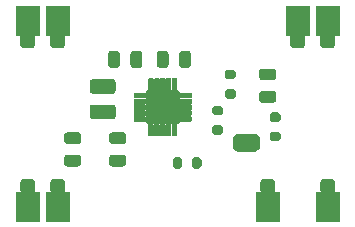
<source format=gts>
G04 #@! TF.GenerationSoftware,KiCad,Pcbnew,9.0.1+1*
G04 #@! TF.CreationDate,2025-11-12T15:34:44+00:00*
G04 #@! TF.ProjectId,high-efficiency_dc-dc_converter,68696768-2d65-4666-9669-6369656e6379,rev?*
G04 #@! TF.SameCoordinates,Original*
G04 #@! TF.FileFunction,Soldermask,Top*
G04 #@! TF.FilePolarity,Negative*
%FSLAX46Y46*%
G04 Gerber Fmt 4.6, Leading zero omitted, Abs format (unit mm)*
G04 Created by KiCad (PCBNEW 9.0.1+1) date 2025-11-12 15:34:44*
%MOMM*%
%LPD*%
G01*
G04 APERTURE LIST*
%ADD10R,2.000000X2.540000*%
G04 APERTURE END LIST*
G36*
X69170000Y-42500000D02*
G01*
X69470000Y-42500000D01*
X69470000Y-44000000D01*
X69170000Y-44000000D01*
X69170000Y-42500000D01*
G37*
G36*
G01*
X58895000Y-45265000D02*
X57945000Y-45265000D01*
G75*
G02*
X57695000Y-45015000I0J250000D01*
G01*
X57695000Y-44515000D01*
G75*
G02*
X57945000Y-44265000I250000J0D01*
G01*
X58895000Y-44265000D01*
G75*
G02*
X59145000Y-44515000I0J-250000D01*
G01*
X59145000Y-45015000D01*
G75*
G02*
X58895000Y-45265000I-250000J0D01*
G01*
G37*
G36*
G01*
X58895000Y-43365000D02*
X57945000Y-43365000D01*
G75*
G02*
X57695000Y-43115000I0J250000D01*
G01*
X57695000Y-42615000D01*
G75*
G02*
X57945000Y-42365000I250000J0D01*
G01*
X58895000Y-42365000D01*
G75*
G02*
X59145000Y-42615000I0J-250000D01*
G01*
X59145000Y-43115000D01*
G75*
G02*
X58895000Y-43365000I-250000J0D01*
G01*
G37*
G36*
G01*
X71480000Y-40685000D02*
X72030000Y-40685000D01*
G75*
G02*
X72230000Y-40885000I0J-200000D01*
G01*
X72230000Y-41285000D01*
G75*
G02*
X72030000Y-41485000I-200000J0D01*
G01*
X71480000Y-41485000D01*
G75*
G02*
X71280000Y-41285000I0J200000D01*
G01*
X71280000Y-40885000D01*
G75*
G02*
X71480000Y-40685000I200000J0D01*
G01*
G37*
G36*
G01*
X71480000Y-42335000D02*
X72030000Y-42335000D01*
G75*
G02*
X72230000Y-42535000I0J-200000D01*
G01*
X72230000Y-42935000D01*
G75*
G02*
X72030000Y-43135000I-200000J0D01*
G01*
X71480000Y-43135000D01*
G75*
G02*
X71280000Y-42935000I0J200000D01*
G01*
X71280000Y-42535000D01*
G75*
G02*
X71480000Y-42335000I200000J0D01*
G01*
G37*
G36*
G01*
X59783000Y-39422750D02*
X59783000Y-39067250D01*
G75*
G02*
X59842250Y-39008000I59250J0D01*
G01*
X60757750Y-39008000D01*
G75*
G02*
X60817000Y-39067250I0J-59250D01*
G01*
X60817000Y-39422750D01*
G75*
G02*
X60757750Y-39482000I-59250J0D01*
G01*
X59842250Y-39482000D01*
G75*
G02*
X59783000Y-39422750I0J59250D01*
G01*
G37*
G36*
G01*
X59783000Y-39922750D02*
X59783000Y-39567250D01*
G75*
G02*
X59842250Y-39508000I59250J0D01*
G01*
X60757750Y-39508000D01*
G75*
G02*
X60817000Y-39567250I0J-59250D01*
G01*
X60817000Y-39922750D01*
G75*
G02*
X60757750Y-39982000I-59250J0D01*
G01*
X59842250Y-39982000D01*
G75*
G02*
X59783000Y-39922750I0J59250D01*
G01*
G37*
G36*
G01*
X59783000Y-40422750D02*
X59783000Y-40067250D01*
G75*
G02*
X59842250Y-40008000I59250J0D01*
G01*
X60757750Y-40008000D01*
G75*
G02*
X60817000Y-40067250I0J-59250D01*
G01*
X60817000Y-40422750D01*
G75*
G02*
X60757750Y-40482000I-59250J0D01*
G01*
X59842250Y-40482000D01*
G75*
G02*
X59783000Y-40422750I0J59250D01*
G01*
G37*
G36*
G01*
X59783000Y-40922750D02*
X59783000Y-40567250D01*
G75*
G02*
X59842250Y-40508000I59250J0D01*
G01*
X60757750Y-40508000D01*
G75*
G02*
X60817000Y-40567250I0J-59250D01*
G01*
X60817000Y-40922750D01*
G75*
G02*
X60757750Y-40982000I-59250J0D01*
G01*
X59842250Y-40982000D01*
G75*
G02*
X59783000Y-40922750I0J59250D01*
G01*
G37*
G36*
G01*
X59783000Y-41422750D02*
X59783000Y-41067250D01*
G75*
G02*
X59842250Y-41008000I59250J0D01*
G01*
X60757750Y-41008000D01*
G75*
G02*
X60817000Y-41067250I0J-59250D01*
G01*
X60817000Y-41422750D01*
G75*
G02*
X60757750Y-41482000I-59250J0D01*
G01*
X59842250Y-41482000D01*
G75*
G02*
X59783000Y-41422750I0J59250D01*
G01*
G37*
G36*
G01*
X60998000Y-42637750D02*
X60998000Y-41722250D01*
G75*
G02*
X61057250Y-41663000I59250J0D01*
G01*
X61412750Y-41663000D01*
G75*
G02*
X61472000Y-41722250I0J-59250D01*
G01*
X61472000Y-42637750D01*
G75*
G02*
X61412750Y-42697000I-59250J0D01*
G01*
X61057250Y-42697000D01*
G75*
G02*
X60998000Y-42637750I0J59250D01*
G01*
G37*
G36*
G01*
X61498000Y-42637750D02*
X61498000Y-41722250D01*
G75*
G02*
X61557250Y-41663000I59250J0D01*
G01*
X61912750Y-41663000D01*
G75*
G02*
X61972000Y-41722250I0J-59250D01*
G01*
X61972000Y-42637750D01*
G75*
G02*
X61912750Y-42697000I-59250J0D01*
G01*
X61557250Y-42697000D01*
G75*
G02*
X61498000Y-42637750I0J59250D01*
G01*
G37*
G36*
G01*
X61998000Y-42637750D02*
X61998000Y-41722250D01*
G75*
G02*
X62057250Y-41663000I59250J0D01*
G01*
X62412750Y-41663000D01*
G75*
G02*
X62472000Y-41722250I0J-59250D01*
G01*
X62472000Y-42637750D01*
G75*
G02*
X62412750Y-42697000I-59250J0D01*
G01*
X62057250Y-42697000D01*
G75*
G02*
X61998000Y-42637750I0J59250D01*
G01*
G37*
G36*
G01*
X62498000Y-42637750D02*
X62498000Y-41722250D01*
G75*
G02*
X62557250Y-41663000I59250J0D01*
G01*
X62912750Y-41663000D01*
G75*
G02*
X62972000Y-41722250I0J-59250D01*
G01*
X62972000Y-42637750D01*
G75*
G02*
X62912750Y-42697000I-59250J0D01*
G01*
X62557250Y-42697000D01*
G75*
G02*
X62498000Y-42637750I0J59250D01*
G01*
G37*
G36*
G01*
X62998000Y-42637750D02*
X62998000Y-41722250D01*
G75*
G02*
X63057250Y-41663000I59250J0D01*
G01*
X63412750Y-41663000D01*
G75*
G02*
X63472000Y-41722250I0J-59250D01*
G01*
X63472000Y-42637750D01*
G75*
G02*
X63412750Y-42697000I-59250J0D01*
G01*
X63057250Y-42697000D01*
G75*
G02*
X62998000Y-42637750I0J59250D01*
G01*
G37*
G36*
G01*
X63653000Y-41422750D02*
X63653000Y-41067250D01*
G75*
G02*
X63712250Y-41008000I59250J0D01*
G01*
X64627750Y-41008000D01*
G75*
G02*
X64687000Y-41067250I0J-59250D01*
G01*
X64687000Y-41422750D01*
G75*
G02*
X64627750Y-41482000I-59250J0D01*
G01*
X63712250Y-41482000D01*
G75*
G02*
X63653000Y-41422750I0J59250D01*
G01*
G37*
G36*
G01*
X63653000Y-40922750D02*
X63653000Y-40567250D01*
G75*
G02*
X63712250Y-40508000I59250J0D01*
G01*
X64627750Y-40508000D01*
G75*
G02*
X64687000Y-40567250I0J-59250D01*
G01*
X64687000Y-40922750D01*
G75*
G02*
X64627750Y-40982000I-59250J0D01*
G01*
X63712250Y-40982000D01*
G75*
G02*
X63653000Y-40922750I0J59250D01*
G01*
G37*
G36*
G01*
X63653000Y-40422750D02*
X63653000Y-40067250D01*
G75*
G02*
X63712250Y-40008000I59250J0D01*
G01*
X64627750Y-40008000D01*
G75*
G02*
X64687000Y-40067250I0J-59250D01*
G01*
X64687000Y-40422750D01*
G75*
G02*
X64627750Y-40482000I-59250J0D01*
G01*
X63712250Y-40482000D01*
G75*
G02*
X63653000Y-40422750I0J59250D01*
G01*
G37*
G36*
G01*
X63653000Y-39922750D02*
X63653000Y-39567250D01*
G75*
G02*
X63712250Y-39508000I59250J0D01*
G01*
X64627750Y-39508000D01*
G75*
G02*
X64687000Y-39567250I0J-59250D01*
G01*
X64687000Y-39922750D01*
G75*
G02*
X64627750Y-39982000I-59250J0D01*
G01*
X63712250Y-39982000D01*
G75*
G02*
X63653000Y-39922750I0J59250D01*
G01*
G37*
G36*
G01*
X63653000Y-39422750D02*
X63653000Y-39067250D01*
G75*
G02*
X63712250Y-39008000I59250J0D01*
G01*
X64627750Y-39008000D01*
G75*
G02*
X64687000Y-39067250I0J-59250D01*
G01*
X64687000Y-39422750D01*
G75*
G02*
X64627750Y-39482000I-59250J0D01*
G01*
X63712250Y-39482000D01*
G75*
G02*
X63653000Y-39422750I0J59250D01*
G01*
G37*
G36*
G01*
X62998000Y-38767750D02*
X62998000Y-37852250D01*
G75*
G02*
X63057250Y-37793000I59250J0D01*
G01*
X63412750Y-37793000D01*
G75*
G02*
X63472000Y-37852250I0J-59250D01*
G01*
X63472000Y-38767750D01*
G75*
G02*
X63412750Y-38827000I-59250J0D01*
G01*
X63057250Y-38827000D01*
G75*
G02*
X62998000Y-38767750I0J59250D01*
G01*
G37*
G36*
G01*
X62498000Y-38767750D02*
X62498000Y-37852250D01*
G75*
G02*
X62557250Y-37793000I59250J0D01*
G01*
X62912750Y-37793000D01*
G75*
G02*
X62972000Y-37852250I0J-59250D01*
G01*
X62972000Y-38767750D01*
G75*
G02*
X62912750Y-38827000I-59250J0D01*
G01*
X62557250Y-38827000D01*
G75*
G02*
X62498000Y-38767750I0J59250D01*
G01*
G37*
G36*
G01*
X61998000Y-38767750D02*
X61998000Y-37852250D01*
G75*
G02*
X62057250Y-37793000I59250J0D01*
G01*
X62412750Y-37793000D01*
G75*
G02*
X62472000Y-37852250I0J-59250D01*
G01*
X62472000Y-38767750D01*
G75*
G02*
X62412750Y-38827000I-59250J0D01*
G01*
X62057250Y-38827000D01*
G75*
G02*
X61998000Y-38767750I0J59250D01*
G01*
G37*
G36*
G01*
X61498000Y-38767750D02*
X61498000Y-37852250D01*
G75*
G02*
X61557250Y-37793000I59250J0D01*
G01*
X61912750Y-37793000D01*
G75*
G02*
X61972000Y-37852250I0J-59250D01*
G01*
X61972000Y-38767750D01*
G75*
G02*
X61912750Y-38827000I-59250J0D01*
G01*
X61557250Y-38827000D01*
G75*
G02*
X61498000Y-38767750I0J59250D01*
G01*
G37*
G36*
G01*
X60998000Y-38767750D02*
X60998000Y-37852250D01*
G75*
G02*
X61057250Y-37793000I59250J0D01*
G01*
X61412750Y-37793000D01*
G75*
G02*
X61472000Y-37852250I0J-59250D01*
G01*
X61472000Y-38767750D01*
G75*
G02*
X61412750Y-38827000I-59250J0D01*
G01*
X61057250Y-38827000D01*
G75*
G02*
X60998000Y-38767750I0J59250D01*
G01*
G37*
G36*
G01*
X60813000Y-41565000D02*
X60813000Y-38925000D01*
G75*
G02*
X60915000Y-38823000I102000J0D01*
G01*
X63555000Y-38823000D01*
G75*
G02*
X63657000Y-38925000I0J-102000D01*
G01*
X63657000Y-41565000D01*
G75*
G02*
X63555000Y-41667000I-102000J0D01*
G01*
X60915000Y-41667000D01*
G75*
G02*
X60813000Y-41565000I0J102000D01*
G01*
G37*
G36*
G01*
X55085000Y-45265000D02*
X54135000Y-45265000D01*
G75*
G02*
X53885000Y-45015000I0J250000D01*
G01*
X53885000Y-44515000D01*
G75*
G02*
X54135000Y-44265000I250000J0D01*
G01*
X55085000Y-44265000D01*
G75*
G02*
X55335000Y-44515000I0J-250000D01*
G01*
X55335000Y-45015000D01*
G75*
G02*
X55085000Y-45265000I-250000J0D01*
G01*
G37*
G36*
G01*
X55085000Y-43365000D02*
X54135000Y-43365000D01*
G75*
G02*
X53885000Y-43115000I0J250000D01*
G01*
X53885000Y-42615000D01*
G75*
G02*
X54135000Y-42365000I250000J0D01*
G01*
X55085000Y-42365000D01*
G75*
G02*
X55335000Y-42615000I0J-250000D01*
G01*
X55335000Y-43115000D01*
G75*
G02*
X55085000Y-43365000I-250000J0D01*
G01*
G37*
G36*
G01*
X60505000Y-35720000D02*
X60505000Y-36670000D01*
G75*
G02*
X60255000Y-36920000I-250000J0D01*
G01*
X59755000Y-36920000D01*
G75*
G02*
X59505000Y-36670000I0J250000D01*
G01*
X59505000Y-35720000D01*
G75*
G02*
X59755000Y-35470000I250000J0D01*
G01*
X60255000Y-35470000D01*
G75*
G02*
X60505000Y-35720000I0J-250000D01*
G01*
G37*
G36*
G01*
X58605000Y-35720000D02*
X58605000Y-36670000D01*
G75*
G02*
X58355000Y-36920000I-250000J0D01*
G01*
X57855000Y-36920000D01*
G75*
G02*
X57605000Y-36670000I0J250000D01*
G01*
X57605000Y-35720000D01*
G75*
G02*
X57855000Y-35470000I250000J0D01*
G01*
X58355000Y-35470000D01*
G75*
G02*
X58605000Y-35720000I0J-250000D01*
G01*
G37*
G36*
X69170000Y-44000000D02*
G01*
X68670000Y-44000000D01*
X68670000Y-43995722D01*
X68604737Y-43995722D01*
X68478658Y-43961940D01*
X68365619Y-43896677D01*
X68273323Y-43804381D01*
X68208060Y-43691342D01*
X68174278Y-43565263D01*
X68174278Y-43500000D01*
X68170000Y-43500000D01*
X68170000Y-43000000D01*
X68174278Y-43000000D01*
X68174278Y-42934737D01*
X68208060Y-42808658D01*
X68273323Y-42695619D01*
X68365619Y-42603323D01*
X68478658Y-42538060D01*
X68604737Y-42504278D01*
X68670000Y-42504278D01*
X68670000Y-42500000D01*
X69170000Y-42500000D01*
X69170000Y-44000000D01*
G37*
G36*
X69970000Y-42504278D02*
G01*
X70035263Y-42504278D01*
X70161342Y-42538060D01*
X70274381Y-42603323D01*
X70366677Y-42695619D01*
X70431940Y-42808658D01*
X70465722Y-42934737D01*
X70465722Y-43000000D01*
X70470000Y-43000000D01*
X70470000Y-43500000D01*
X70465722Y-43500000D01*
X70465722Y-43565263D01*
X70431940Y-43691342D01*
X70366677Y-43804381D01*
X70274381Y-43896677D01*
X70161342Y-43961940D01*
X70035263Y-43995722D01*
X69970000Y-43995722D01*
X69970000Y-44000000D01*
X69470000Y-44000000D01*
X69470000Y-42500000D01*
X69970000Y-42500000D01*
X69970000Y-42504278D01*
G37*
G36*
G01*
X66605000Y-40125000D02*
X67155000Y-40125000D01*
G75*
G02*
X67355000Y-40325000I0J-200000D01*
G01*
X67355000Y-40725000D01*
G75*
G02*
X67155000Y-40925000I-200000J0D01*
G01*
X66605000Y-40925000D01*
G75*
G02*
X66405000Y-40725000I0J200000D01*
G01*
X66405000Y-40325000D01*
G75*
G02*
X66605000Y-40125000I200000J0D01*
G01*
G37*
G36*
G01*
X66605000Y-41775000D02*
X67155000Y-41775000D01*
G75*
G02*
X67355000Y-41975000I0J-200000D01*
G01*
X67355000Y-42375000D01*
G75*
G02*
X67155000Y-42575000I-200000J0D01*
G01*
X66605000Y-42575000D01*
G75*
G02*
X66405000Y-42375000I0J200000D01*
G01*
X66405000Y-41975000D01*
G75*
G02*
X66605000Y-41775000I200000J0D01*
G01*
G37*
G36*
G01*
X61730000Y-36670000D02*
X61730000Y-35720000D01*
G75*
G02*
X61980000Y-35470000I250000J0D01*
G01*
X62480000Y-35470000D01*
G75*
G02*
X62730000Y-35720000I0J-250000D01*
G01*
X62730000Y-36670000D01*
G75*
G02*
X62480000Y-36920000I-250000J0D01*
G01*
X61980000Y-36920000D01*
G75*
G02*
X61730000Y-36670000I0J250000D01*
G01*
G37*
G36*
G01*
X63630000Y-36670000D02*
X63630000Y-35720000D01*
G75*
G02*
X63880000Y-35470000I250000J0D01*
G01*
X64380000Y-35470000D01*
G75*
G02*
X64630000Y-35720000I0J-250000D01*
G01*
X64630000Y-36670000D01*
G75*
G02*
X64380000Y-36920000I-250000J0D01*
G01*
X63880000Y-36920000D01*
G75*
G02*
X63630000Y-36670000I0J250000D01*
G01*
G37*
G36*
G01*
X63075000Y-45235000D02*
X63075000Y-44685000D01*
G75*
G02*
X63275000Y-44485000I200000J0D01*
G01*
X63675000Y-44485000D01*
G75*
G02*
X63875000Y-44685000I0J-200000D01*
G01*
X63875000Y-45235000D01*
G75*
G02*
X63675000Y-45435000I-200000J0D01*
G01*
X63275000Y-45435000D01*
G75*
G02*
X63075000Y-45235000I0J200000D01*
G01*
G37*
G36*
G01*
X64725000Y-45235000D02*
X64725000Y-44685000D01*
G75*
G02*
X64925000Y-44485000I200000J0D01*
G01*
X65325000Y-44485000D01*
G75*
G02*
X65525000Y-44685000I0J-200000D01*
G01*
X65525000Y-45235000D01*
G75*
G02*
X65325000Y-45435000I-200000J0D01*
G01*
X64925000Y-45435000D01*
G75*
G02*
X64725000Y-45235000I0J200000D01*
G01*
G37*
G36*
G01*
X67670000Y-37065000D02*
X68220000Y-37065000D01*
G75*
G02*
X68420000Y-37265000I0J-200000D01*
G01*
X68420000Y-37665000D01*
G75*
G02*
X68220000Y-37865000I-200000J0D01*
G01*
X67670000Y-37865000D01*
G75*
G02*
X67470000Y-37665000I0J200000D01*
G01*
X67470000Y-37265000D01*
G75*
G02*
X67670000Y-37065000I200000J0D01*
G01*
G37*
G36*
G01*
X67670000Y-38715000D02*
X68220000Y-38715000D01*
G75*
G02*
X68420000Y-38915000I0J-200000D01*
G01*
X68420000Y-39315000D01*
G75*
G02*
X68220000Y-39515000I-200000J0D01*
G01*
X67670000Y-39515000D01*
G75*
G02*
X67470000Y-39315000I0J200000D01*
G01*
X67470000Y-38915000D01*
G75*
G02*
X67670000Y-38715000I200000J0D01*
G01*
G37*
G36*
G01*
X58000000Y-41265000D02*
X56300000Y-41265000D01*
G75*
G02*
X56050000Y-41015000I0J250000D01*
G01*
X56050000Y-40265000D01*
G75*
G02*
X56300000Y-40015000I250000J0D01*
G01*
X58000000Y-40015000D01*
G75*
G02*
X58250000Y-40265000I0J-250000D01*
G01*
X58250000Y-41015000D01*
G75*
G02*
X58000000Y-41265000I-250000J0D01*
G01*
G37*
G36*
G01*
X58000000Y-39115000D02*
X56300000Y-39115000D01*
G75*
G02*
X56050000Y-38865000I0J250000D01*
G01*
X56050000Y-38115000D01*
G75*
G02*
X56300000Y-37865000I250000J0D01*
G01*
X58000000Y-37865000D01*
G75*
G02*
X58250000Y-38115000I0J-250000D01*
G01*
X58250000Y-38865000D01*
G75*
G02*
X58000000Y-39115000I-250000J0D01*
G01*
G37*
G36*
G01*
X70645000Y-36965000D02*
X71595000Y-36965000D01*
G75*
G02*
X71845000Y-37215000I0J-250000D01*
G01*
X71845000Y-37715000D01*
G75*
G02*
X71595000Y-37965000I-250000J0D01*
G01*
X70645000Y-37965000D01*
G75*
G02*
X70395000Y-37715000I0J250000D01*
G01*
X70395000Y-37215000D01*
G75*
G02*
X70645000Y-36965000I250000J0D01*
G01*
G37*
G36*
G01*
X70645000Y-38865000D02*
X71595000Y-38865000D01*
G75*
G02*
X71845000Y-39115000I0J-250000D01*
G01*
X71845000Y-39615000D01*
G75*
G02*
X71595000Y-39865000I-250000J0D01*
G01*
X70645000Y-39865000D01*
G75*
G02*
X70395000Y-39615000I0J250000D01*
G01*
X70395000Y-39115000D01*
G75*
G02*
X70645000Y-38865000I250000J0D01*
G01*
G37*
D10*
X76200000Y-48655000D03*
G36*
G01*
X75825000Y-46330000D02*
X76575000Y-46330000D01*
G75*
G02*
X76825000Y-46580000I0J-250000D01*
G01*
X76825000Y-47330000D01*
G75*
G02*
X76575000Y-47580000I-250000J0D01*
G01*
X75825000Y-47580000D01*
G75*
G02*
X75575000Y-47330000I0J250000D01*
G01*
X75575000Y-46580000D01*
G75*
G02*
X75825000Y-46330000I250000J0D01*
G01*
G37*
X71120000Y-48655000D03*
G36*
G01*
X70745000Y-46330000D02*
X71495000Y-46330000D01*
G75*
G02*
X71745000Y-46580000I0J-250000D01*
G01*
X71745000Y-47330000D01*
G75*
G02*
X71495000Y-47580000I-250000J0D01*
G01*
X70745000Y-47580000D01*
G75*
G02*
X70495000Y-47330000I0J250000D01*
G01*
X70495000Y-46580000D01*
G75*
G02*
X70745000Y-46330000I250000J0D01*
G01*
G37*
X53340000Y-48655000D03*
G36*
G01*
X52965000Y-46330000D02*
X53715000Y-46330000D01*
G75*
G02*
X53965000Y-46580000I0J-250000D01*
G01*
X53965000Y-47330000D01*
G75*
G02*
X53715000Y-47580000I-250000J0D01*
G01*
X52965000Y-47580000D01*
G75*
G02*
X52715000Y-47330000I0J250000D01*
G01*
X52715000Y-46580000D01*
G75*
G02*
X52965000Y-46330000I250000J0D01*
G01*
G37*
X50800000Y-48655000D03*
G36*
G01*
X50425000Y-46330000D02*
X51175000Y-46330000D01*
G75*
G02*
X51425000Y-46580000I0J-250000D01*
G01*
X51425000Y-47330000D01*
G75*
G02*
X51175000Y-47580000I-250000J0D01*
G01*
X50425000Y-47580000D01*
G75*
G02*
X50175000Y-47330000I0J250000D01*
G01*
X50175000Y-46580000D01*
G75*
G02*
X50425000Y-46330000I250000J0D01*
G01*
G37*
G36*
G01*
X75825000Y-33990000D02*
X76575000Y-33990000D01*
G75*
G02*
X76825000Y-34240000I0J-250000D01*
G01*
X76825000Y-34990000D01*
G75*
G02*
X76575000Y-35240000I-250000J0D01*
G01*
X75825000Y-35240000D01*
G75*
G02*
X75575000Y-34990000I0J250000D01*
G01*
X75575000Y-34240000D01*
G75*
G02*
X75825000Y-33990000I250000J0D01*
G01*
G37*
X76200000Y-32915000D03*
G36*
G01*
X73285000Y-33990000D02*
X74035000Y-33990000D01*
G75*
G02*
X74285000Y-34240000I0J-250000D01*
G01*
X74285000Y-34990000D01*
G75*
G02*
X74035000Y-35240000I-250000J0D01*
G01*
X73285000Y-35240000D01*
G75*
G02*
X73035000Y-34990000I0J250000D01*
G01*
X73035000Y-34240000D01*
G75*
G02*
X73285000Y-33990000I250000J0D01*
G01*
G37*
X73660000Y-32915000D03*
G36*
G01*
X52965000Y-33990000D02*
X53715000Y-33990000D01*
G75*
G02*
X53965000Y-34240000I0J-250000D01*
G01*
X53965000Y-34990000D01*
G75*
G02*
X53715000Y-35240000I-250000J0D01*
G01*
X52965000Y-35240000D01*
G75*
G02*
X52715000Y-34990000I0J250000D01*
G01*
X52715000Y-34240000D01*
G75*
G02*
X52965000Y-33990000I250000J0D01*
G01*
G37*
X53340000Y-32915000D03*
G36*
G01*
X50425000Y-33990000D02*
X51175000Y-33990000D01*
G75*
G02*
X51425000Y-34240000I0J-250000D01*
G01*
X51425000Y-34990000D01*
G75*
G02*
X51175000Y-35240000I-250000J0D01*
G01*
X50425000Y-35240000D01*
G75*
G02*
X50175000Y-34990000I0J250000D01*
G01*
X50175000Y-34240000D01*
G75*
G02*
X50425000Y-33990000I250000J0D01*
G01*
G37*
X50800000Y-32915000D03*
M02*

</source>
